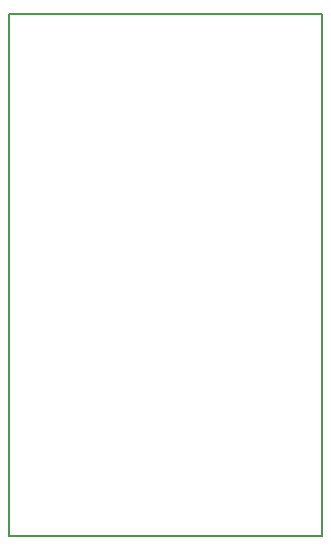
<source format=gm1>
G04 MADE WITH FRITZING*
G04 WWW.FRITZING.ORG*
G04 DOUBLE SIDED*
G04 HOLES PLATED*
G04 CONTOUR ON CENTER OF CONTOUR VECTOR*
%ASAXBY*%
%FSLAX23Y23*%
%MOIN*%
%OFA0B0*%
%SFA1.0B1.0*%
%ADD10R,1.050040X1.746960*%
%ADD11C,0.008000*%
%ADD10C,0.008*%
%LNCONTOUR*%
G90*
G70*
G54D10*
G54D11*
X4Y1743D02*
X1046Y1743D01*
X1046Y4D01*
X4Y4D01*
X4Y1743D01*
D02*
G04 End of contour*
M02*
</source>
